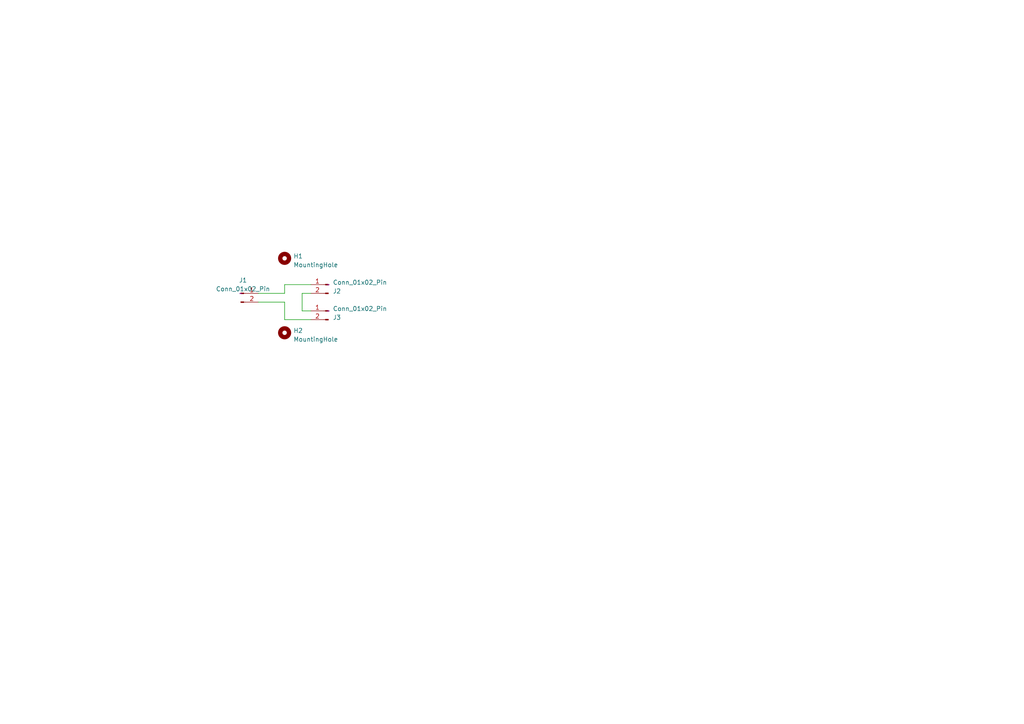
<source format=kicad_sch>
(kicad_sch (version 20230121) (generator eeschema)
  (paper "A4")
  (lib_symbols
    (symbol "Connector:Conn_01x02_Pin" (pin_names (offset 1.016) hide)
      (property "Reference" "J" (at 0 2.54 0))
      (property "Value" "Conn_01x02_Pin" (at 0 -5.08 0))
      (symbol "Conn_01x02_Pin_1_1"
        (polyline (pts (xy 1.27 -2.54) (xy 0.8636 -2.54)) (stroke (width 0.1524)))
        (polyline (pts (xy 1.27 0) (xy 0.8636 0)) (stroke (width 0.1524)))
        (rectangle (start 0.8636 -2.413) (end 0 -2.667) (stroke (width 0.1524)) (fill (type outline)))
        (rectangle (start 0.8636 0.127) (end 0 -0.127) (stroke (width 0.1524)) (fill (type outline)))
        (pin passive line (at 5.08 0 180) (length 3.81) (name "Pin_1") (number "1"))
        (pin passive line (at 5.08 -2.54 180) (length 3.81) (name "Pin_2") (number "2"))
      )
    )
    (symbol "Mechanical:MountingHole" (pin_names (offset 1.016))
      (property "Reference" "H" (at 0 5.08 0))
      (property "Value" "MountingHole" (at 0 3.175 0))
      (symbol "MountingHole_0_1"
        (circle (center 0 0) (radius 1.27) (stroke (width 1.27)))
      )
    )
  )
  (wire (pts (xy 82.55 85.09) (xy 82.55 82.55)))
  (wire (pts (xy 74.93 85.09) (xy 82.55 85.09)))
  (wire (pts (xy 82.55 82.55) (xy 90.17 82.55)))
  (wire (pts (xy 90.17 92.71) (xy 82.55 92.71)))
  (wire (pts (xy 87.63 85.09) (xy 87.63 90.17)))
  (wire (pts (xy 87.63 90.17) (xy 90.17 90.17)))
  (wire (pts (xy 82.55 92.71) (xy 82.55 87.63)))
  (wire (pts (xy 90.17 85.09) (xy 87.63 85.09)))
  (wire (pts (xy 82.55 87.63) (xy 74.93 87.63)))
  (symbol (lib_id "Mechanical:MountingHole") (at 82.55 74.93 0) (unit 1)
    (property "Reference" "H1" (at 85.09 74.295 0) (effects (justify left)))
    (property "Value" "MountingHole" (at 85.09 76.835 0) (effects (justify left)))
    (property "Footprint" "MountingHole:MountingHole_3mm" (effects hide))
  )
  (symbol (lib_id "Connector:Conn_01x02_Pin") (at 95.25 90.17 0) (mirror y) (unit 1)
    (property "Reference" "J3" (at 96.52 92.075 0) (effects (justify right)))
    (property "Value" "Conn_01x02_Pin" (at 96.52 89.535 0) (effects (justify right)))
    (property "Footprint" "Connector_BarrelJack:BarrelJack_Horizontal" (effects hide))
    (property "Datasheet" "~" (at 95.25 90.17 0))
  )
  (symbol (lib_id "Connector:Conn_01x02_Pin") (at 95.25 82.55 0) (mirror y) (unit 1)
    (property "Reference" "J2" (at 96.52 84.455 0) (effects (justify right)))
    (property "Value" "Conn_01x02_Pin" (at 96.52 81.915 0) (effects (justify right)))
    (property "Footprint" "Connector_BarrelJack:BarrelJack_Horizontal" (effects hide))
    (property "Datasheet" "~" (at 95.25 82.55 0))
  )
  (symbol (lib_id "Mechanical:MountingHole") (at 82.55 96.52 0) (unit 1)
    (property "Reference" "H2" (at 85.09 95.885 0) (effects (justify left)))
    (property "Value" "MountingHole" (at 85.09 98.425 0) (effects (justify left)))
    (property "Footprint" "MountingHole:MountingHole_3mm" (effects hide))
  )
  (symbol (lib_id "Connector:Conn_01x02_Pin") (at 69.85 85.09 0) (unit 1)
    (property "Reference" "J1" (at 70.485 81.28 0))
    (property "Value" "Conn_01x02_Pin" (at 70.485 83.82 0))
    (property "Footprint" "Connector_BarrelJack:BarrelJack_Horizontal" (effects hide))
    (property "Datasheet" "~" (at 69.85 85.09 0))
  )
)
</source>
